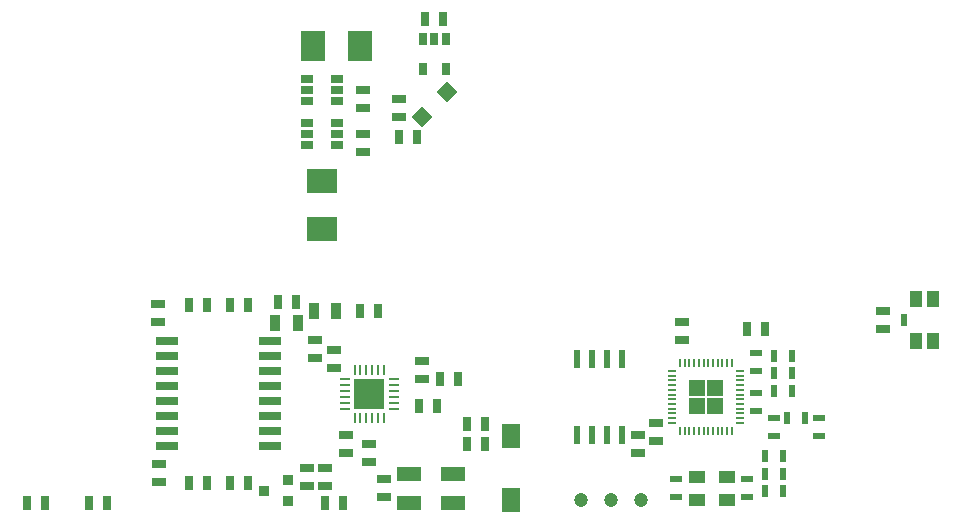
<source format=gbr>
%TF.GenerationSoftware,KiCad,Pcbnew,6.0.0*%
%TF.CreationDate,2022-01-14T21:47:45+01:00*%
%TF.ProjectId,cowmotics-aquarea,636f776d-6f74-4696-9373-2d6171756172,1*%
%TF.SameCoordinates,Original*%
%TF.FileFunction,Paste,Top*%
%TF.FilePolarity,Positive*%
%FSLAX46Y46*%
G04 Gerber Fmt 4.6, Leading zero omitted, Abs format (unit mm)*
G04 Created by KiCad (PCBNEW 6.0.0) date 2022-01-14 21:47:45*
%MOMM*%
%LPD*%
G01*
G04 APERTURE LIST*
G04 Aperture macros list*
%AMRotRect*
0 Rectangle, with rotation*
0 The origin of the aperture is its center*
0 $1 length*
0 $2 width*
0 $3 Rotation angle, in degrees counterclockwise*
0 Add horizontal line*
21,1,$1,$2,0,0,$3*%
G04 Aperture macros list end*
%ADD10R,1.400000X1.100000*%
%ADD11R,0.635000X1.143000*%
%ADD12C,1.198880*%
%ADD13R,0.535000X1.043000*%
%ADD14R,1.143000X0.635000*%
%ADD15R,1.050000X1.400000*%
%ADD16R,0.500000X1.100000*%
%ADD17R,1.000760X0.701040*%
%ADD18R,1.043000X0.535000*%
%ADD19R,1.500000X2.000000*%
%ADD20R,0.900000X0.279400*%
%ADD21R,0.279400X0.900000*%
%ADD22R,2.600000X2.600000*%
%ADD23RotRect,1.300000X1.300000X315.000000*%
%ADD24R,0.914400X0.914400*%
%ADD25R,0.550000X1.600000*%
%ADD26R,2.500000X2.000000*%
%ADD27R,2.000000X2.500000*%
%ADD28R,0.889000X1.397000*%
%ADD29R,0.700000X0.200000*%
%ADD30R,0.200000X0.700000*%
%ADD31R,1.450000X1.450000*%
%ADD32R,0.701040X1.000760*%
%ADD33R,2.000000X1.198880*%
%ADD34R,1.899920X0.800100*%
G04 APERTURE END LIST*
D10*
%TO.C,X2*%
X167750000Y-125250000D03*
X170250000Y-125250000D03*
X170250000Y-123250000D03*
X167750000Y-123250000D03*
%TD*%
D11*
%TO.C,C22*%
X171988000Y-110750000D03*
X173512000Y-110750000D03*
%TD*%
D12*
%TO.C,TP3*%
X157960000Y-125250000D03*
%TD*%
D11*
%TO.C,C2*%
X129762000Y-108750000D03*
X128238000Y-108750000D03*
%TD*%
D13*
%TO.C,C19*%
X175762000Y-114500000D03*
X174238000Y-114500000D03*
%TD*%
D14*
%TO.C,R11*%
X134750000Y-124012000D03*
X134750000Y-122488000D03*
%TD*%
%TO.C,C8*%
X141250000Y-123488000D03*
X141250000Y-125012000D03*
%TD*%
%TO.C,C20*%
X162750000Y-119738000D03*
X162750000Y-121262000D03*
%TD*%
D15*
%TO.C,SW1*%
X186275000Y-108200000D03*
X186275000Y-111800000D03*
X187725000Y-111800000D03*
X187725000Y-108200000D03*
D16*
X185300000Y-110000000D03*
%TD*%
D13*
%TO.C,L3*%
X175388000Y-118300000D03*
X176912000Y-118300000D03*
%TD*%
D11*
%TO.C,R3*%
X116238000Y-125450000D03*
X117762000Y-125450000D03*
%TD*%
D14*
%TO.C,R5*%
X122100000Y-108638000D03*
X122100000Y-110162000D03*
%TD*%
D11*
%TO.C,C31*%
X142488000Y-94500000D03*
X144012000Y-94500000D03*
%TD*%
D17*
%TO.C,U5*%
X137270000Y-95202500D03*
X137270000Y-94250000D03*
X137270000Y-93297500D03*
X134730000Y-93297500D03*
X134730000Y-94250000D03*
X134730000Y-95202500D03*
%TD*%
D11*
%TO.C,R2*%
X124738000Y-123750000D03*
X126262000Y-123750000D03*
%TD*%
D18*
%TO.C,C12*%
X166000000Y-125012000D03*
X166000000Y-123488000D03*
%TD*%
D14*
%TO.C,R19*%
X166510000Y-110188000D03*
X166510000Y-111712000D03*
%TD*%
D19*
%TO.C,SW2*%
X152000000Y-119800000D03*
X152000000Y-125200000D03*
%TD*%
D17*
%TO.C,U4*%
X137270000Y-91452500D03*
X137270000Y-90500000D03*
X137270000Y-89547500D03*
X134730000Y-89547500D03*
X134730000Y-90500000D03*
X134730000Y-91452500D03*
%TD*%
D13*
%TO.C,R16*%
X173488000Y-124500000D03*
X175012000Y-124500000D03*
%TD*%
D20*
%TO.C,U1*%
X137950000Y-115000000D03*
X137950000Y-115500000D03*
X137950000Y-116000000D03*
X137950000Y-116500000D03*
X137950000Y-117000000D03*
X137950000Y-117500000D03*
D21*
X138750000Y-118300000D03*
X139250000Y-118300000D03*
X139750000Y-118300000D03*
X140250000Y-118300000D03*
X140750000Y-118300000D03*
X141250000Y-118300000D03*
D20*
X142050000Y-117500000D03*
X142050000Y-117000000D03*
X142050000Y-116500000D03*
X142050000Y-116000000D03*
X142050000Y-115500000D03*
X142050000Y-115000000D03*
D21*
X141250000Y-114200000D03*
X140750000Y-114200000D03*
X140250000Y-114200000D03*
X139750000Y-114200000D03*
X139250000Y-114200000D03*
X138750000Y-114200000D03*
D22*
X140000000Y-116250000D03*
%TD*%
D13*
%TO.C,C15*%
X173488000Y-123000000D03*
X175012000Y-123000000D03*
%TD*%
D23*
%TO.C,L4*%
X146560000Y-90690000D03*
X144440000Y-92810000D03*
%TD*%
D11*
%TO.C,L1*%
X132238000Y-108500000D03*
X133762000Y-108500000D03*
%TD*%
D12*
%TO.C,TP7*%
X163040000Y-125250000D03*
%TD*%
D11*
%TO.C,R18*%
X145988000Y-115000000D03*
X147512000Y-115000000D03*
%TD*%
D24*
%TO.C,Q1*%
X133156000Y-125319000D03*
X133156000Y-123541000D03*
X131124000Y-124430000D03*
%TD*%
D14*
%TO.C,C5*%
X135400000Y-113212000D03*
X135400000Y-111688000D03*
%TD*%
%TO.C,C27*%
X139500000Y-95762000D03*
X139500000Y-94238000D03*
%TD*%
D25*
%TO.C,U3*%
X161405000Y-113250000D03*
X160135000Y-113250000D03*
X158865000Y-113250000D03*
X157595000Y-113250000D03*
X157595000Y-119750000D03*
X158865000Y-119750000D03*
X160135000Y-119750000D03*
X161405000Y-119750000D03*
%TD*%
D13*
%TO.C,C18*%
X175762000Y-113000000D03*
X174238000Y-113000000D03*
%TD*%
D26*
%TO.C,C28*%
X136000000Y-98250000D03*
X136000000Y-102250000D03*
%TD*%
D14*
%TO.C,C3*%
X137000000Y-114012000D03*
X137000000Y-112488000D03*
%TD*%
D11*
%TO.C,R1*%
X124738000Y-108750000D03*
X126262000Y-108750000D03*
%TD*%
D14*
%TO.C,R8*%
X138000000Y-121262000D03*
X138000000Y-119738000D03*
%TD*%
D11*
%TO.C,C29*%
X146262000Y-84500000D03*
X144738000Y-84500000D03*
%TD*%
D13*
%TO.C,C14*%
X173488000Y-121500000D03*
X175012000Y-121500000D03*
%TD*%
D14*
%TO.C,R7*%
X140000000Y-120488000D03*
X140000000Y-122012000D03*
%TD*%
D27*
%TO.C,C25*%
X135250000Y-86750000D03*
X139250000Y-86750000D03*
%TD*%
D11*
%TO.C,C1*%
X129762000Y-123750000D03*
X128238000Y-123750000D03*
%TD*%
D28*
%TO.C,C6*%
X133952500Y-110250000D03*
X132047500Y-110250000D03*
%TD*%
D11*
%TO.C,C9*%
X144238000Y-117250000D03*
X145762000Y-117250000D03*
%TD*%
D14*
%TO.C,C26*%
X139500000Y-92012000D03*
X139500000Y-90488000D03*
%TD*%
D18*
%TO.C,C11*%
X172000000Y-123488000D03*
X172000000Y-125012000D03*
%TD*%
D14*
%TO.C,R9*%
X144500000Y-113488000D03*
X144500000Y-115012000D03*
%TD*%
D11*
%TO.C,R12*%
X137762000Y-125500000D03*
X136238000Y-125500000D03*
%TD*%
D14*
%TO.C,C23*%
X183500000Y-110762000D03*
X183500000Y-109238000D03*
%TD*%
D29*
%TO.C,U2*%
X171400000Y-118700000D03*
X171400000Y-118300000D03*
X171400000Y-117900000D03*
X171400000Y-117500000D03*
X171400000Y-117100000D03*
X171400000Y-116700000D03*
X171400000Y-116300000D03*
X171400000Y-115900000D03*
X171400000Y-115500000D03*
X171400000Y-115100000D03*
X171400000Y-114700000D03*
X171400000Y-114300000D03*
D30*
X170700000Y-113600000D03*
X170300000Y-113600000D03*
X169900000Y-113600000D03*
X169500000Y-113600000D03*
X169100000Y-113600000D03*
X168700000Y-113600000D03*
X168300000Y-113600000D03*
X167900000Y-113600000D03*
X167500000Y-113600000D03*
X167100000Y-113600000D03*
X166700000Y-113600000D03*
X166300000Y-113600000D03*
D29*
X165600000Y-114300000D03*
X165600000Y-114700000D03*
X165600000Y-115100000D03*
X165600000Y-115500000D03*
X165600000Y-115900000D03*
X165600000Y-116300000D03*
X165600000Y-116700000D03*
X165600000Y-117100000D03*
X165600000Y-117500000D03*
X165600000Y-117900000D03*
X165600000Y-118300000D03*
X165600000Y-118700000D03*
D30*
X166300000Y-119400000D03*
X166700000Y-119400000D03*
X167100000Y-119400000D03*
X167500000Y-119400000D03*
X167900000Y-119400000D03*
X168300000Y-119400000D03*
X168700000Y-119400000D03*
X169100000Y-119400000D03*
X169500000Y-119400000D03*
X169900000Y-119400000D03*
X170300000Y-119400000D03*
X170700000Y-119400000D03*
D31*
X169250000Y-117250000D03*
X169250000Y-115750000D03*
X167750000Y-115750000D03*
X167750000Y-117250000D03*
%TD*%
D28*
%TO.C,C4*%
X137202500Y-109250000D03*
X135297500Y-109250000D03*
%TD*%
D11*
%TO.C,R17*%
X148238000Y-120500000D03*
X149762000Y-120500000D03*
%TD*%
%TO.C,R13*%
X148238000Y-118750000D03*
X149762000Y-118750000D03*
%TD*%
D18*
%TO.C,C13*%
X172750000Y-117702000D03*
X172750000Y-116178000D03*
%TD*%
D32*
%TO.C,U6*%
X146452500Y-86230000D03*
X145500000Y-86230000D03*
X144547500Y-86230000D03*
X144547500Y-88770000D03*
X146452500Y-88770000D03*
%TD*%
D11*
%TO.C,R4*%
X110988000Y-125450000D03*
X112512000Y-125450000D03*
%TD*%
%TO.C,R10*%
X140762000Y-109250000D03*
X139238000Y-109250000D03*
%TD*%
D14*
%TO.C,C21*%
X164250000Y-118738000D03*
X164250000Y-120262000D03*
%TD*%
D33*
%TO.C,X1*%
X143400000Y-125500000D03*
X147100000Y-125500000D03*
X147100000Y-123000000D03*
X143400000Y-123000000D03*
%TD*%
D34*
%TO.C,T1*%
X131628960Y-120695000D03*
X131628960Y-119425000D03*
X131628960Y-118155000D03*
X131628960Y-116885000D03*
X131628960Y-115615000D03*
X131628960Y-114345000D03*
X131628960Y-113075000D03*
X131628960Y-111805000D03*
X122871040Y-111805000D03*
X122871040Y-113075000D03*
X122871040Y-114345000D03*
X122871040Y-115615000D03*
X122871040Y-116885000D03*
X122871040Y-118155000D03*
X122871040Y-119425000D03*
X122871040Y-120695000D03*
%TD*%
D14*
%TO.C,R6*%
X122200000Y-122138000D03*
X122200000Y-123662000D03*
%TD*%
D18*
%TO.C,C17*%
X178050000Y-118298000D03*
X178050000Y-119822000D03*
%TD*%
D13*
%TO.C,L2*%
X175762000Y-116000000D03*
X174238000Y-116000000D03*
%TD*%
D14*
%TO.C,C30*%
X142500000Y-92762000D03*
X142500000Y-91238000D03*
%TD*%
%TO.C,C7*%
X136250000Y-122488000D03*
X136250000Y-124012000D03*
%TD*%
D12*
%TO.C,TP4*%
X160500000Y-125250000D03*
%TD*%
D18*
%TO.C,C16*%
X174250000Y-118298000D03*
X174250000Y-119822000D03*
%TD*%
%TO.C,R15*%
X172770000Y-112738000D03*
X172770000Y-114262000D03*
%TD*%
M02*

</source>
